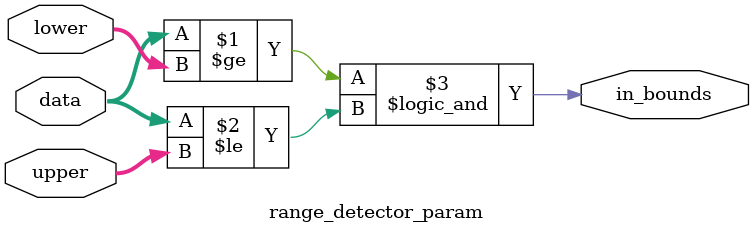
<source format=sv>
module range_detector_param #(
    parameter DATA_WIDTH = 32
)(
    input wire [DATA_WIDTH-1:0] data,
    input wire [DATA_WIDTH-1:0] lower, upper,
    output wire in_bounds
);
    // Optimized range check using single comparison
    assign in_bounds = (data >= lower) && (data <= upper);
endmodule
</source>
